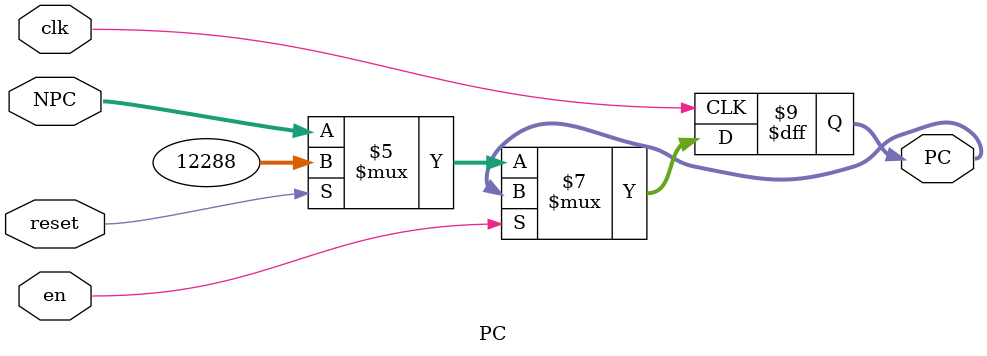
<source format=v>
`timescale 1ns / 1ps
module PC(
    input clk,
    input reset,
    input [31:0] NPC,
    output reg [31:0] PC,
    input en
    );

	initial
	begin
		PC = 32'h0000_3000;
	end

	always @(posedge clk)
	begin
		if (~en)
		begin
			if (reset)
				PC <= 32'h0000_3000;
			else
				PC <= NPC;
		end
	end
endmodule

</source>
